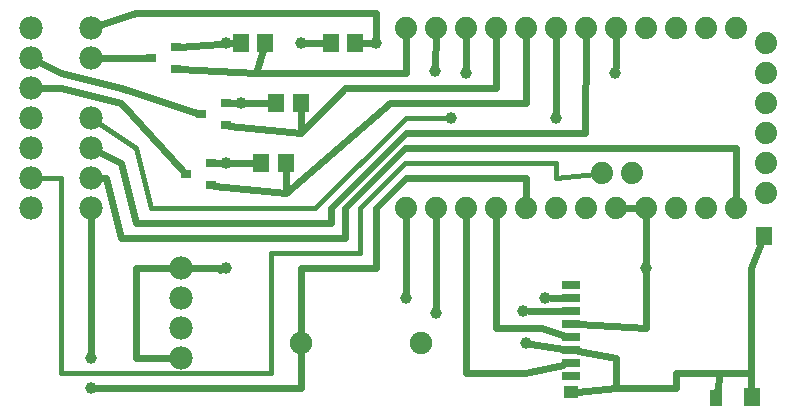
<source format=gtl>
G04 MADE WITH FRITZING*
G04 WWW.FRITZING.ORG*
G04 DOUBLE SIDED*
G04 HOLES PLATED*
G04 CONTOUR ON CENTER OF CONTOUR VECTOR*
%ASAXBY*%
%FSLAX23Y23*%
%MOIN*%
%OFA0B0*%
%SFA1.0B1.0*%
%ADD10C,0.039370*%
%ADD11C,0.075000*%
%ADD12C,0.078000*%
%ADD13C,0.074000*%
%ADD14R,0.035433X0.031496*%
%ADD15R,0.055118X0.059055*%
%ADD16R,0.053150X0.059055*%
%ADD17R,0.051181X0.039370*%
%ADD18R,0.059055X0.029528*%
%ADD19C,0.024000*%
%ADD20C,0.016000*%
%ADD21R,0.001000X0.001000*%
%LNCOPPER1*%
G90*
G70*
G54D10*
X960Y1210D03*
X2009Y1110D03*
X1210Y1210D03*
X710Y810D03*
X760Y1010D03*
X710Y1210D03*
X1409Y1117D03*
X1510Y1110D03*
X1810Y960D03*
X2110Y460D03*
X710Y460D03*
X1775Y360D03*
X1311Y360D03*
X1702Y316D03*
X1410Y310D03*
X1710Y210D03*
G54D11*
X1360Y210D03*
X960Y210D03*
G54D12*
X260Y1260D03*
X260Y1160D03*
X60Y1160D03*
X60Y1060D03*
X260Y960D03*
X60Y960D03*
X260Y860D03*
X60Y860D03*
X260Y760D03*
X60Y760D03*
X60Y660D03*
X60Y1260D03*
X260Y660D03*
G54D10*
X260Y60D03*
X260Y160D03*
G54D12*
X560Y260D03*
X560Y160D03*
X560Y460D03*
X560Y360D03*
G54D13*
X2510Y710D03*
X2510Y810D03*
X2510Y910D03*
X2510Y1010D03*
X2510Y1110D03*
X2510Y1210D03*
X2410Y660D03*
X2310Y660D03*
X2210Y660D03*
X2110Y660D03*
X2010Y660D03*
X2065Y775D03*
X1965Y775D03*
X1910Y660D03*
X1810Y660D03*
X1710Y660D03*
X1610Y660D03*
X1510Y660D03*
X1410Y660D03*
X1310Y660D03*
X1310Y1260D03*
X1410Y1260D03*
X1510Y1260D03*
X1610Y1260D03*
X1710Y1260D03*
X1810Y1260D03*
X1910Y1260D03*
X2010Y1260D03*
X2110Y1260D03*
X2210Y1260D03*
X2310Y1260D03*
X2410Y1260D03*
G54D10*
X1460Y960D03*
G54D14*
X710Y935D03*
X710Y1010D03*
X627Y972D03*
X543Y1122D03*
X543Y1197D03*
X460Y1160D03*
X660Y735D03*
X660Y810D03*
X577Y772D03*
G54D15*
X829Y810D03*
X910Y810D03*
X879Y1010D03*
X960Y1010D03*
X1060Y1210D03*
X1141Y1210D03*
X760Y1210D03*
X841Y1210D03*
G54D16*
X2463Y30D03*
X2503Y567D03*
G54D17*
X1862Y47D03*
G54D18*
X1860Y100D03*
X1860Y143D03*
X1860Y186D03*
X1860Y230D03*
X1860Y273D03*
X1860Y316D03*
X1860Y360D03*
X1860Y403D03*
G54D19*
X979Y1210D02*
X1038Y1210D01*
D02*
X1191Y1210D02*
X1163Y1210D01*
D02*
X2079Y660D02*
X2041Y660D01*
G54D20*
D02*
X1810Y760D02*
X1810Y810D01*
D02*
X160Y761D02*
X84Y760D01*
D02*
X160Y110D02*
X160Y761D01*
D02*
X860Y110D02*
X160Y110D01*
D02*
X860Y509D02*
X860Y110D01*
D02*
X1159Y509D02*
X860Y509D01*
D02*
X1159Y660D02*
X1159Y509D01*
D02*
X1309Y810D02*
X1159Y660D01*
D02*
X1810Y810D02*
X1309Y810D01*
D02*
X1940Y772D02*
X1810Y760D01*
G54D19*
D02*
X1210Y1309D02*
X1210Y1229D01*
D02*
X2010Y1129D02*
X2010Y1229D01*
D02*
X411Y1309D02*
X1210Y1309D01*
D02*
X289Y1269D02*
X411Y1309D01*
D02*
X1836Y190D02*
X1729Y207D01*
D02*
X1710Y760D02*
X1310Y760D01*
D02*
X1210Y660D02*
X1210Y459D01*
D02*
X1310Y760D02*
X1210Y660D01*
D02*
X1210Y459D02*
X960Y459D01*
D02*
X960Y459D02*
X960Y238D01*
D02*
X1710Y691D02*
X1710Y760D01*
D02*
X559Y59D02*
X279Y60D01*
D02*
X960Y59D02*
X559Y59D01*
D02*
X960Y181D02*
X960Y59D01*
D02*
X961Y910D02*
X722Y934D01*
D02*
X910Y710D02*
X672Y734D01*
D02*
X290Y1160D02*
X448Y1160D01*
D02*
X360Y1060D02*
X160Y1109D01*
D02*
X160Y1109D02*
X87Y1146D01*
D02*
X615Y976D02*
X360Y1060D01*
D02*
X160Y1060D02*
X90Y1060D01*
D02*
X361Y1009D02*
X160Y1060D01*
D02*
X568Y782D02*
X361Y1009D01*
D02*
X1109Y1059D02*
X961Y910D01*
D02*
X1259Y1059D02*
X1109Y1059D01*
D02*
X1611Y1059D02*
X1259Y1059D01*
D02*
X1610Y1229D02*
X1611Y1059D01*
D02*
X1259Y1009D02*
X910Y710D01*
D02*
X1710Y1009D02*
X1259Y1009D01*
D02*
X1710Y1229D02*
X1710Y1009D01*
D02*
X910Y1110D02*
X811Y1110D01*
D02*
X738Y1210D02*
X729Y1210D01*
D02*
X555Y1198D02*
X691Y1208D01*
D02*
X811Y1110D02*
X555Y1122D01*
D02*
X741Y1010D02*
X722Y1010D01*
D02*
X691Y810D02*
X672Y810D01*
D02*
X1310Y1110D02*
X910Y1110D01*
D02*
X1310Y1229D02*
X1310Y1110D01*
D02*
X910Y710D02*
X910Y786D01*
D02*
X807Y810D02*
X729Y810D01*
D02*
X961Y910D02*
X960Y986D01*
D02*
X857Y1010D02*
X779Y1010D01*
D02*
X811Y1110D02*
X833Y1186D01*
D02*
X1510Y1229D02*
X1510Y1129D01*
D02*
X1410Y1229D02*
X1409Y1136D01*
D02*
X1810Y1229D02*
X1810Y979D01*
D02*
X2110Y260D02*
X1884Y272D01*
D02*
X2110Y441D02*
X2110Y260D01*
D02*
X709Y459D02*
X692Y453D01*
D02*
X2110Y479D02*
X2110Y629D01*
D02*
X590Y460D02*
X709Y459D01*
D02*
X1709Y109D02*
X1510Y109D01*
D02*
X1760Y260D02*
X1610Y260D01*
D02*
X1610Y260D02*
X1610Y629D01*
D02*
X1836Y237D02*
X1760Y260D01*
D02*
X1510Y109D02*
X1510Y629D01*
D02*
X1836Y138D02*
X1709Y109D01*
D02*
X1410Y329D02*
X1410Y629D01*
D02*
X1836Y316D02*
X1721Y316D01*
D02*
X1311Y379D02*
X1310Y629D01*
D02*
X1836Y360D02*
X1794Y360D01*
D02*
X2460Y459D02*
X2493Y543D01*
D02*
X2210Y110D02*
X2359Y110D01*
D02*
X2211Y60D02*
X2210Y110D01*
D02*
X2460Y110D02*
X2460Y459D01*
D02*
X2460Y110D02*
X2462Y54D01*
D02*
X2359Y110D02*
X2460Y110D01*
D02*
X2359Y110D02*
X2348Y46D01*
D02*
X2010Y60D02*
X2211Y60D01*
D02*
X2010Y60D02*
X2010Y159D01*
D02*
X2010Y159D02*
X1884Y182D01*
D02*
X1882Y48D02*
X2010Y60D01*
D02*
X260Y179D02*
X260Y630D01*
D02*
X2210Y859D02*
X1761Y859D01*
D02*
X2410Y859D02*
X2210Y859D01*
D02*
X1761Y859D02*
X1660Y859D01*
D02*
X1660Y859D02*
X1309Y859D01*
D02*
X1309Y859D02*
X1109Y660D01*
D02*
X1109Y560D02*
X360Y560D01*
D02*
X360Y560D02*
X310Y759D01*
D02*
X1109Y660D02*
X1109Y560D01*
D02*
X310Y759D02*
X290Y759D01*
D02*
X2410Y691D02*
X2410Y859D01*
D02*
X411Y160D02*
X411Y460D01*
D02*
X411Y460D02*
X530Y460D01*
D02*
X530Y160D02*
X411Y160D01*
D02*
X361Y810D02*
X287Y846D01*
D02*
X1909Y910D02*
X1660Y909D01*
D02*
X1660Y909D02*
X1310Y910D01*
D02*
X1310Y910D02*
X1060Y660D01*
D02*
X410Y609D02*
X361Y810D01*
D02*
X1060Y609D02*
X410Y609D01*
D02*
X1060Y660D02*
X1060Y609D01*
D02*
X1910Y1229D02*
X1909Y910D01*
G54D20*
D02*
X1447Y960D02*
X1310Y960D01*
D02*
X1009Y659D02*
X460Y660D01*
D02*
X460Y660D02*
X411Y860D01*
D02*
X1310Y960D02*
X1009Y659D01*
D02*
X411Y860D02*
X280Y946D01*
G54D21*
X2325Y53D02*
X2362Y53D01*
X2324Y52D02*
X2363Y52D01*
X2324Y51D02*
X2363Y51D01*
X2324Y50D02*
X2363Y50D01*
X2324Y49D02*
X2363Y49D01*
X2324Y48D02*
X2363Y48D01*
X2324Y47D02*
X2363Y47D01*
X2324Y46D02*
X2363Y46D01*
X2324Y45D02*
X2363Y45D01*
X2324Y44D02*
X2363Y44D01*
X2324Y43D02*
X2363Y43D01*
X2324Y42D02*
X2363Y42D01*
X2324Y41D02*
X2363Y41D01*
X2324Y40D02*
X2363Y40D01*
X2324Y39D02*
X2363Y39D01*
X2324Y38D02*
X2363Y38D01*
X2324Y37D02*
X2363Y37D01*
X2324Y36D02*
X2363Y36D01*
X2324Y35D02*
X2363Y35D01*
X2324Y34D02*
X2363Y34D01*
X2324Y33D02*
X2363Y33D01*
X2324Y32D02*
X2363Y32D01*
X2324Y31D02*
X2363Y31D01*
X2324Y30D02*
X2363Y30D01*
X2324Y29D02*
X2363Y29D01*
X2324Y28D02*
X2363Y28D01*
X2324Y27D02*
X2363Y27D01*
X2324Y26D02*
X2363Y26D01*
X2324Y25D02*
X2363Y25D01*
X2324Y24D02*
X2363Y24D01*
X2324Y23D02*
X2363Y23D01*
X2324Y22D02*
X2363Y22D01*
X2324Y21D02*
X2363Y21D01*
X2324Y20D02*
X2363Y20D01*
X2324Y19D02*
X2363Y19D01*
X2324Y18D02*
X2363Y18D01*
X2324Y17D02*
X2363Y17D01*
X2324Y16D02*
X2363Y16D01*
X2324Y15D02*
X2363Y15D01*
X2324Y14D02*
X2363Y14D01*
X2324Y13D02*
X2363Y13D01*
X2324Y12D02*
X2363Y12D01*
X2324Y11D02*
X2363Y11D01*
X2324Y10D02*
X2363Y10D01*
X2324Y9D02*
X2363Y9D01*
X2324Y8D02*
X2363Y8D01*
X2324Y7D02*
X2363Y7D01*
X2324Y6D02*
X2363Y6D01*
X2324Y5D02*
X2363Y5D01*
X2324Y4D02*
X2363Y4D01*
X2324Y3D02*
X2363Y3D01*
X2324Y2D02*
X2363Y2D01*
X2324Y1D02*
X2363Y1D01*
X2324Y0D02*
X2363Y0D01*
D02*
G04 End of Copper1*
M02*
</source>
